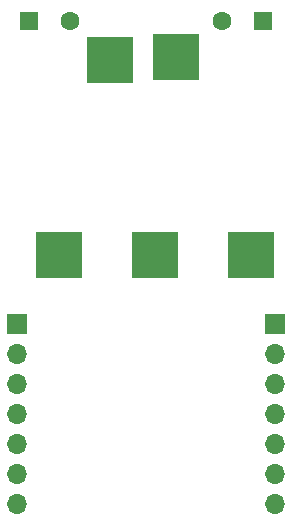
<source format=gbr>
%TF.GenerationSoftware,KiCad,Pcbnew,(5.1.9)-1*%
%TF.CreationDate,2021-11-17T21:41:55-08:00*%
%TF.ProjectId,MCL-102 Bridge,4d434c2d-3130-4322-9042-72696467652e,rev?*%
%TF.SameCoordinates,Original*%
%TF.FileFunction,Soldermask,Bot*%
%TF.FilePolarity,Negative*%
%FSLAX46Y46*%
G04 Gerber Fmt 4.6, Leading zero omitted, Abs format (unit mm)*
G04 Created by KiCad (PCBNEW (5.1.9)-1) date 2021-11-17 21:41:55*
%MOMM*%
%LPD*%
G01*
G04 APERTURE LIST*
%ADD10R,1.600000X1.600000*%
%ADD11C,1.600000*%
%ADD12O,1.700000X1.700000*%
%ADD13R,1.700000X1.700000*%
%ADD14R,4.000000X4.000000*%
G04 APERTURE END LIST*
D10*
%TO.C,C13*%
X149606000Y-84328000D03*
D11*
X146106000Y-84328000D03*
%TD*%
%TO.C,C1*%
X133294000Y-84328000D03*
D10*
X129794000Y-84328000D03*
%TD*%
D12*
%TO.C,J1*%
X128778000Y-125222000D03*
X128778000Y-122682000D03*
X128778000Y-120142000D03*
X128778000Y-117602000D03*
X128778000Y-115062000D03*
X128778000Y-112522000D03*
D13*
X128778000Y-109982000D03*
%TD*%
D12*
%TO.C,IO1*%
X150622000Y-125222000D03*
X150622000Y-122682000D03*
X150622000Y-120142000D03*
X150622000Y-117602000D03*
X150622000Y-115062000D03*
X150622000Y-112522000D03*
D13*
X150622000Y-109982000D03*
%TD*%
D14*
%TO.C,J5*%
X132334000Y-104140000D03*
%TD*%
%TO.C,J3*%
X136652000Y-87630000D03*
%TD*%
%TO.C,J2*%
X142240000Y-87376000D03*
%TD*%
%TO.C,J4*%
X140462000Y-104140000D03*
%TD*%
%TO.C,J6*%
X148590000Y-104140000D03*
%TD*%
M02*

</source>
